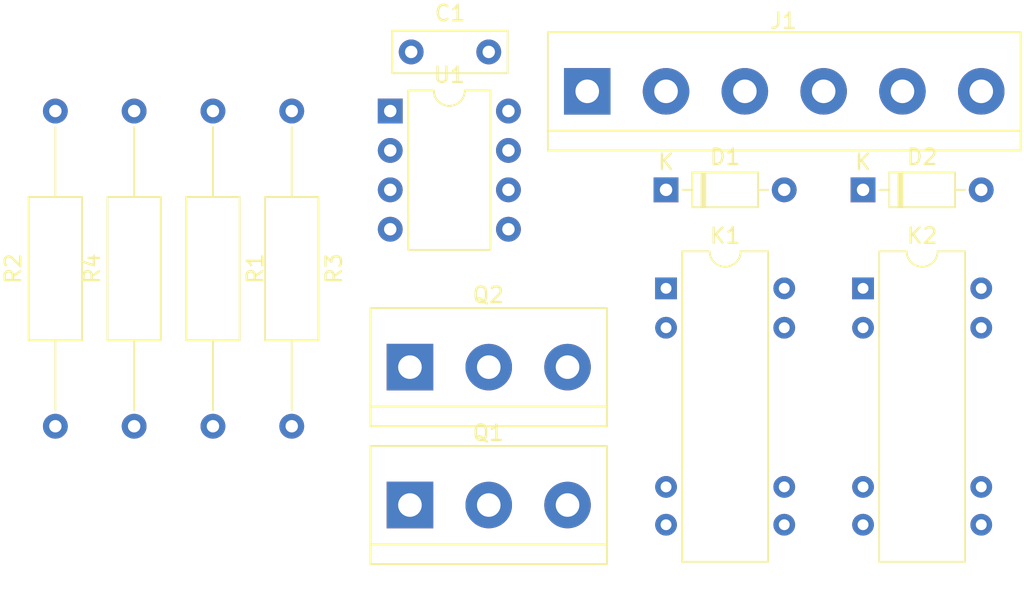
<source format=kicad_pcb>
(kicad_pcb (version 20171130) (host pcbnew "(5.1.6)-1")

  (general
    (thickness 1.6)
    (drawings 0)
    (tracks 0)
    (zones 0)
    (modules 13)
    (nets 17)
  )

  (page A4)
  (layers
    (0 F.Cu signal)
    (31 B.Cu signal)
    (32 B.Adhes user)
    (33 F.Adhes user)
    (34 B.Paste user)
    (35 F.Paste user)
    (36 B.SilkS user)
    (37 F.SilkS user)
    (38 B.Mask user)
    (39 F.Mask user)
    (40 Dwgs.User user)
    (41 Cmts.User user)
    (42 Eco1.User user)
    (43 Eco2.User user)
    (44 Edge.Cuts user)
    (45 Margin user)
    (46 B.CrtYd user)
    (47 F.CrtYd user)
    (48 B.Fab user)
    (49 F.Fab user)
  )

  (setup
    (last_trace_width 0.25)
    (trace_clearance 0.2)
    (zone_clearance 0.508)
    (zone_45_only no)
    (trace_min 0.2)
    (via_size 0.8)
    (via_drill 0.4)
    (via_min_size 0.4)
    (via_min_drill 0.3)
    (uvia_size 0.3)
    (uvia_drill 0.1)
    (uvias_allowed no)
    (uvia_min_size 0.2)
    (uvia_min_drill 0.1)
    (edge_width 0.05)
    (segment_width 0.2)
    (pcb_text_width 0.3)
    (pcb_text_size 1.5 1.5)
    (mod_edge_width 0.12)
    (mod_text_size 1 1)
    (mod_text_width 0.15)
    (pad_size 1.524 1.524)
    (pad_drill 0.762)
    (pad_to_mask_clearance 0.05)
    (aux_axis_origin 0 0)
    (visible_elements FFFFFF7F)
    (pcbplotparams
      (layerselection 0x010fc_ffffffff)
      (usegerberextensions false)
      (usegerberattributes true)
      (usegerberadvancedattributes true)
      (creategerberjobfile true)
      (excludeedgelayer true)
      (linewidth 0.100000)
      (plotframeref false)
      (viasonmask false)
      (mode 1)
      (useauxorigin false)
      (hpglpennumber 1)
      (hpglpenspeed 20)
      (hpglpendiameter 15.000000)
      (psnegative false)
      (psa4output false)
      (plotreference true)
      (plotvalue true)
      (plotinvisibletext false)
      (padsonsilk false)
      (subtractmaskfromsilk false)
      (outputformat 1)
      (mirror false)
      (drillshape 1)
      (scaleselection 1)
      (outputdirectory ""))
  )

  (net 0 "")
  (net 1 GND)
  (net 2 "Net-(C1-Pad2)")
  (net 3 "Net-(D1-Pad2)")
  (net 4 "Net-(D2-Pad2)")
  (net 5 "Net-(J1-Pad3)")
  (net 6 "Net-(J1-Pad4)")
  (net 7 "Net-(J1-Pad5)")
  (net 8 "Net-(J1-Pad6)")
  (net 9 "Net-(K1-Pad1)")
  (net 10 "Net-(Q1-Pad1)")
  (net 11 "Net-(Q2-Pad1)")
  (net 12 "Net-(R1-Pad2)")
  (net 13 "Net-(R2-Pad2)")
  (net 14 "Net-(R4-Pad2)")
  (net 15 "Net-(U1-Pad2)")
  (net 16 "Net-(U1-Pad3)")

  (net_class Default "This is the default net class."
    (clearance 0.2)
    (trace_width 0.25)
    (via_dia 0.8)
    (via_drill 0.4)
    (uvia_dia 0.3)
    (uvia_drill 0.1)
    (add_net GND)
    (add_net "Net-(C1-Pad2)")
    (add_net "Net-(D1-Pad2)")
    (add_net "Net-(D2-Pad2)")
    (add_net "Net-(J1-Pad3)")
    (add_net "Net-(J1-Pad4)")
    (add_net "Net-(J1-Pad5)")
    (add_net "Net-(J1-Pad6)")
    (add_net "Net-(K1-Pad1)")
    (add_net "Net-(Q1-Pad1)")
    (add_net "Net-(Q2-Pad1)")
    (add_net "Net-(R1-Pad2)")
    (add_net "Net-(R2-Pad2)")
    (add_net "Net-(R4-Pad2)")
    (add_net "Net-(U1-Pad2)")
    (add_net "Net-(U1-Pad3)")
  )

  (module Capacitor_THT:C_Rect_L7.2mm_W2.5mm_P5.00mm_FKS2_FKP2_MKS2_MKP2 (layer F.Cu) (tedit 5AE50EF0) (tstamp 5FCAC021)
    (at 127.08 82.55)
    (descr "C, Rect series, Radial, pin pitch=5.00mm, , length*width=7.2*2.5mm^2, Capacitor, http://www.wima.com/EN/WIMA_FKS_2.pdf")
    (tags "C Rect series Radial pin pitch 5.00mm  length 7.2mm width 2.5mm Capacitor")
    (path /5FC4B9F7)
    (fp_text reference C1 (at 2.5 -2.5) (layer F.SilkS)
      (effects (font (size 1 1) (thickness 0.15)))
    )
    (fp_text value 100nF (at 2.5 2.5) (layer F.Fab)
      (effects (font (size 1 1) (thickness 0.15)))
    )
    (fp_line (start 6.35 -1.5) (end -1.35 -1.5) (layer F.CrtYd) (width 0.05))
    (fp_line (start 6.35 1.5) (end 6.35 -1.5) (layer F.CrtYd) (width 0.05))
    (fp_line (start -1.35 1.5) (end 6.35 1.5) (layer F.CrtYd) (width 0.05))
    (fp_line (start -1.35 -1.5) (end -1.35 1.5) (layer F.CrtYd) (width 0.05))
    (fp_line (start 6.22 -1.37) (end 6.22 1.37) (layer F.SilkS) (width 0.12))
    (fp_line (start -1.22 -1.37) (end -1.22 1.37) (layer F.SilkS) (width 0.12))
    (fp_line (start -1.22 1.37) (end 6.22 1.37) (layer F.SilkS) (width 0.12))
    (fp_line (start -1.22 -1.37) (end 6.22 -1.37) (layer F.SilkS) (width 0.12))
    (fp_line (start 6.1 -1.25) (end -1.1 -1.25) (layer F.Fab) (width 0.1))
    (fp_line (start 6.1 1.25) (end 6.1 -1.25) (layer F.Fab) (width 0.1))
    (fp_line (start -1.1 1.25) (end 6.1 1.25) (layer F.Fab) (width 0.1))
    (fp_line (start -1.1 -1.25) (end -1.1 1.25) (layer F.Fab) (width 0.1))
    (fp_text user %R (at 2.5 0) (layer F.Fab)
      (effects (font (size 1 1) (thickness 0.15)))
    )
    (pad 1 thru_hole circle (at 0 0) (size 1.6 1.6) (drill 0.8) (layers *.Cu *.Mask)
      (net 1 GND))
    (pad 2 thru_hole circle (at 5 0) (size 1.6 1.6) (drill 0.8) (layers *.Cu *.Mask)
      (net 2 "Net-(C1-Pad2)"))
    (model ${KISYS3DMOD}/Capacitor_THT.3dshapes/C_Rect_L7.2mm_W2.5mm_P5.00mm_FKS2_FKP2_MKS2_MKP2.wrl
      (at (xyz 0 0 0))
      (scale (xyz 1 1 1))
      (rotate (xyz 0 0 0))
    )
  )

  (module Diode_THT:D_DO-35_SOD27_P7.62mm_Horizontal (layer F.Cu) (tedit 5AE50CD5) (tstamp 5FCAC5F2)
    (at 143.51 91.44)
    (descr "Diode, DO-35_SOD27 series, Axial, Horizontal, pin pitch=7.62mm, , length*diameter=4*2mm^2, , http://www.diodes.com/_files/packages/DO-35.pdf")
    (tags "Diode DO-35_SOD27 series Axial Horizontal pin pitch 7.62mm  length 4mm diameter 2mm")
    (path /5FC44CF7)
    (fp_text reference D1 (at 3.81 -2.12) (layer F.SilkS)
      (effects (font (size 1 1) (thickness 0.15)))
    )
    (fp_text value 1N4148 (at 3.81 2.12) (layer F.Fab)
      (effects (font (size 1 1) (thickness 0.15)))
    )
    (fp_line (start 8.67 -1.25) (end -1.05 -1.25) (layer F.CrtYd) (width 0.05))
    (fp_line (start 8.67 1.25) (end 8.67 -1.25) (layer F.CrtYd) (width 0.05))
    (fp_line (start -1.05 1.25) (end 8.67 1.25) (layer F.CrtYd) (width 0.05))
    (fp_line (start -1.05 -1.25) (end -1.05 1.25) (layer F.CrtYd) (width 0.05))
    (fp_line (start 2.29 -1.12) (end 2.29 1.12) (layer F.SilkS) (width 0.12))
    (fp_line (start 2.53 -1.12) (end 2.53 1.12) (layer F.SilkS) (width 0.12))
    (fp_line (start 2.41 -1.12) (end 2.41 1.12) (layer F.SilkS) (width 0.12))
    (fp_line (start 6.58 0) (end 5.93 0) (layer F.SilkS) (width 0.12))
    (fp_line (start 1.04 0) (end 1.69 0) (layer F.SilkS) (width 0.12))
    (fp_line (start 5.93 -1.12) (end 1.69 -1.12) (layer F.SilkS) (width 0.12))
    (fp_line (start 5.93 1.12) (end 5.93 -1.12) (layer F.SilkS) (width 0.12))
    (fp_line (start 1.69 1.12) (end 5.93 1.12) (layer F.SilkS) (width 0.12))
    (fp_line (start 1.69 -1.12) (end 1.69 1.12) (layer F.SilkS) (width 0.12))
    (fp_line (start 2.31 -1) (end 2.31 1) (layer F.Fab) (width 0.1))
    (fp_line (start 2.51 -1) (end 2.51 1) (layer F.Fab) (width 0.1))
    (fp_line (start 2.41 -1) (end 2.41 1) (layer F.Fab) (width 0.1))
    (fp_line (start 7.62 0) (end 5.81 0) (layer F.Fab) (width 0.1))
    (fp_line (start 0 0) (end 1.81 0) (layer F.Fab) (width 0.1))
    (fp_line (start 5.81 -1) (end 1.81 -1) (layer F.Fab) (width 0.1))
    (fp_line (start 5.81 1) (end 5.81 -1) (layer F.Fab) (width 0.1))
    (fp_line (start 1.81 1) (end 5.81 1) (layer F.Fab) (width 0.1))
    (fp_line (start 1.81 -1) (end 1.81 1) (layer F.Fab) (width 0.1))
    (fp_text user %R (at 4.11 0) (layer F.Fab)
      (effects (font (size 0.8 0.8) (thickness 0.12)))
    )
    (fp_text user K (at 0 -1.8) (layer F.Fab)
      (effects (font (size 1 1) (thickness 0.15)))
    )
    (fp_text user K (at 0 -1.8) (layer F.SilkS)
      (effects (font (size 1 1) (thickness 0.15)))
    )
    (pad 1 thru_hole rect (at 0 0) (size 1.6 1.6) (drill 0.8) (layers *.Cu *.Mask)
      (net 2 "Net-(C1-Pad2)"))
    (pad 2 thru_hole oval (at 7.62 0) (size 1.6 1.6) (drill 0.8) (layers *.Cu *.Mask)
      (net 3 "Net-(D1-Pad2)"))
    (model ${KISYS3DMOD}/Diode_THT.3dshapes/D_DO-35_SOD27_P7.62mm_Horizontal.wrl
      (at (xyz 0 0 0))
      (scale (xyz 1 1 1))
      (rotate (xyz 0 0 0))
    )
  )

  (module Diode_THT:D_DO-35_SOD27_P7.62mm_Horizontal (layer F.Cu) (tedit 5AE50CD5) (tstamp 5FCAC51E)
    (at 156.21 91.44)
    (descr "Diode, DO-35_SOD27 series, Axial, Horizontal, pin pitch=7.62mm, , length*diameter=4*2mm^2, , http://www.diodes.com/_files/packages/DO-35.pdf")
    (tags "Diode DO-35_SOD27 series Axial Horizontal pin pitch 7.62mm  length 4mm diameter 2mm")
    (path /5FCA7203)
    (fp_text reference D2 (at 3.81 -2.12) (layer F.SilkS)
      (effects (font (size 1 1) (thickness 0.15)))
    )
    (fp_text value 1N4148 (at 3.81 2.12) (layer F.Fab)
      (effects (font (size 1 1) (thickness 0.15)))
    )
    (fp_text user K (at 0 -1.8) (layer F.SilkS)
      (effects (font (size 1 1) (thickness 0.15)))
    )
    (fp_text user K (at 0 -1.8) (layer F.Fab)
      (effects (font (size 1 1) (thickness 0.15)))
    )
    (fp_text user %R (at 4.11 0) (layer F.Fab)
      (effects (font (size 0.8 0.8) (thickness 0.12)))
    )
    (fp_line (start 1.81 -1) (end 1.81 1) (layer F.Fab) (width 0.1))
    (fp_line (start 1.81 1) (end 5.81 1) (layer F.Fab) (width 0.1))
    (fp_line (start 5.81 1) (end 5.81 -1) (layer F.Fab) (width 0.1))
    (fp_line (start 5.81 -1) (end 1.81 -1) (layer F.Fab) (width 0.1))
    (fp_line (start 0 0) (end 1.81 0) (layer F.Fab) (width 0.1))
    (fp_line (start 7.62 0) (end 5.81 0) (layer F.Fab) (width 0.1))
    (fp_line (start 2.41 -1) (end 2.41 1) (layer F.Fab) (width 0.1))
    (fp_line (start 2.51 -1) (end 2.51 1) (layer F.Fab) (width 0.1))
    (fp_line (start 2.31 -1) (end 2.31 1) (layer F.Fab) (width 0.1))
    (fp_line (start 1.69 -1.12) (end 1.69 1.12) (layer F.SilkS) (width 0.12))
    (fp_line (start 1.69 1.12) (end 5.93 1.12) (layer F.SilkS) (width 0.12))
    (fp_line (start 5.93 1.12) (end 5.93 -1.12) (layer F.SilkS) (width 0.12))
    (fp_line (start 5.93 -1.12) (end 1.69 -1.12) (layer F.SilkS) (width 0.12))
    (fp_line (start 1.04 0) (end 1.69 0) (layer F.SilkS) (width 0.12))
    (fp_line (start 6.58 0) (end 5.93 0) (layer F.SilkS) (width 0.12))
    (fp_line (start 2.41 -1.12) (end 2.41 1.12) (layer F.SilkS) (width 0.12))
    (fp_line (start 2.53 -1.12) (end 2.53 1.12) (layer F.SilkS) (width 0.12))
    (fp_line (start 2.29 -1.12) (end 2.29 1.12) (layer F.SilkS) (width 0.12))
    (fp_line (start -1.05 -1.25) (end -1.05 1.25) (layer F.CrtYd) (width 0.05))
    (fp_line (start -1.05 1.25) (end 8.67 1.25) (layer F.CrtYd) (width 0.05))
    (fp_line (start 8.67 1.25) (end 8.67 -1.25) (layer F.CrtYd) (width 0.05))
    (fp_line (start 8.67 -1.25) (end -1.05 -1.25) (layer F.CrtYd) (width 0.05))
    (pad 2 thru_hole oval (at 7.62 0) (size 1.6 1.6) (drill 0.8) (layers *.Cu *.Mask)
      (net 4 "Net-(D2-Pad2)"))
    (pad 1 thru_hole rect (at 0 0) (size 1.6 1.6) (drill 0.8) (layers *.Cu *.Mask)
      (net 2 "Net-(C1-Pad2)"))
    (model ${KISYS3DMOD}/Diode_THT.3dshapes/D_DO-35_SOD27_P7.62mm_Horizontal.wrl
      (at (xyz 0 0 0))
      (scale (xyz 1 1 1))
      (rotate (xyz 0 0 0))
    )
  )

  (module TerminalBlock:TerminalBlock_bornier-6_P5.08mm (layer F.Cu) (tedit 59FF03F5) (tstamp 5FCAC078)
    (at 138.43 85.09)
    (descr "simple 6pin terminal block, pitch 5.08mm, revamped version of bornier6")
    (tags "terminal block bornier6")
    (path /5FCB0F75)
    (fp_text reference J1 (at 12.65 -4.55) (layer F.SilkS)
      (effects (font (size 1 1) (thickness 0.15)))
    )
    (fp_text value Conn_01x06_Female (at 12.7 4.75) (layer F.Fab)
      (effects (font (size 1 1) (thickness 0.15)))
    )
    (fp_line (start 28.15 4) (end -2.75 4) (layer F.CrtYd) (width 0.05))
    (fp_line (start 28.15 4) (end 28.15 -4) (layer F.CrtYd) (width 0.05))
    (fp_line (start -2.75 -4) (end -2.75 4) (layer F.CrtYd) (width 0.05))
    (fp_line (start -2.75 -4) (end 28.15 -4) (layer F.CrtYd) (width 0.05))
    (fp_line (start -2.54 3.81) (end 27.94 3.81) (layer F.SilkS) (width 0.12))
    (fp_line (start -2.54 -3.81) (end 27.94 -3.81) (layer F.SilkS) (width 0.12))
    (fp_line (start -2.54 2.54) (end 27.94 2.54) (layer F.SilkS) (width 0.12))
    (fp_line (start 27.94 3.81) (end 27.94 -3.81) (layer F.SilkS) (width 0.12))
    (fp_line (start -2.54 -3.81) (end -2.54 3.81) (layer F.SilkS) (width 0.12))
    (fp_line (start 27.9 -3.75) (end -2.5 -3.75) (layer F.Fab) (width 0.1))
    (fp_line (start 27.9 3.75) (end 27.9 -3.75) (layer F.Fab) (width 0.1))
    (fp_line (start -2.5 3.75) (end 27.9 3.75) (layer F.Fab) (width 0.1))
    (fp_line (start -2.5 -3.75) (end -2.5 3.75) (layer F.Fab) (width 0.1))
    (fp_line (start -2.5 2.55) (end 27.9 2.55) (layer F.Fab) (width 0.1))
    (fp_text user %R (at 12.7 0) (layer F.Fab)
      (effects (font (size 1 1) (thickness 0.15)))
    )
    (pad 2 thru_hole circle (at 5.08 0) (size 3 3) (drill 1.52) (layers *.Cu *.Mask)
      (net 1 GND))
    (pad 3 thru_hole circle (at 10.16 0) (size 3 3) (drill 1.52) (layers *.Cu *.Mask)
      (net 5 "Net-(J1-Pad3)"))
    (pad 1 thru_hole rect (at 0 0) (size 3 3) (drill 1.52) (layers *.Cu *.Mask)
      (net 2 "Net-(C1-Pad2)"))
    (pad 4 thru_hole circle (at 15.24 0) (size 3 3) (drill 1.52) (layers *.Cu *.Mask)
      (net 6 "Net-(J1-Pad4)"))
    (pad 5 thru_hole circle (at 20.32 0) (size 3 3) (drill 1.52) (layers *.Cu *.Mask)
      (net 7 "Net-(J1-Pad5)"))
    (pad 6 thru_hole circle (at 25.4 0) (size 3 3) (drill 1.52) (layers *.Cu *.Mask)
      (net 8 "Net-(J1-Pad6)"))
    (model ${KISYS3DMOD}/TerminalBlock.3dshapes/TerminalBlock_bornier-6_P5.08mm.wrl
      (offset (xyz 12.69999980926514 0 0))
      (scale (xyz 1 1 1))
      (rotate (xyz 0 0 0))
    )
  )

  (module Relay_THT:Relay_StandexMeder_DIP_LowProfile (layer F.Cu) (tedit 5A54BF5F) (tstamp 5FCAC094)
    (at 143.51 97.79)
    (descr "package for Standex Meder DIP reed relay series, see https://standexelectronics.com/wp-content/uploads/datasheet_reed_relay_DIP.pdf")
    (tags "DIL DIP PDIP 2.54mm 7.62mm 300mil reed relay")
    (path /5FC4112C)
    (fp_text reference K1 (at 3.81 -3.39) (layer F.SilkS)
      (effects (font (size 1 1) (thickness 0.15)))
    )
    (fp_text value DIPxx-1Axx-11x (at 3.81 18.63) (layer F.Fab)
      (effects (font (size 1 1) (thickness 0.15)))
    )
    (fp_line (start 8.7 -2.6) (end -1.1 -2.6) (layer F.CrtYd) (width 0.05))
    (fp_line (start 8.7 17.8) (end 8.7 -2.6) (layer F.CrtYd) (width 0.05))
    (fp_line (start -1.1 17.8) (end 8.7 17.8) (layer F.CrtYd) (width 0.05))
    (fp_line (start -1.1 -2.6) (end -1.1 17.8) (layer F.CrtYd) (width 0.05))
    (fp_line (start 6.58 -2.39) (end 4.81 -2.39) (layer F.SilkS) (width 0.12))
    (fp_line (start 6.58 17.63) (end 6.58 -2.39) (layer F.SilkS) (width 0.12))
    (fp_line (start 1.04 17.63) (end 6.58 17.63) (layer F.SilkS) (width 0.12))
    (fp_line (start 1.04 -2.39) (end 1.04 17.63) (layer F.SilkS) (width 0.12))
    (fp_line (start 2.81 -2.39) (end 1.04 -2.39) (layer F.SilkS) (width 0.12))
    (fp_line (start 0.64 -1.27) (end 1.64 -2.27) (layer F.Fab) (width 0.1))
    (fp_line (start 0.64 17.51) (end 0.64 -1.27) (layer F.Fab) (width 0.1))
    (fp_line (start 6.99 17.51) (end 0.64 17.51) (layer F.Fab) (width 0.1))
    (fp_line (start 6.99 -2.27) (end 6.99 17.51) (layer F.Fab) (width 0.1))
    (fp_line (start 1.64 -2.27) (end 6.99 -2.27) (layer F.Fab) (width 0.1))
    (fp_text user %R (at 3.815 7.62) (layer F.Fab)
      (effects (font (size 1 1) (thickness 0.15)))
    )
    (fp_arc (start 3.81 -2.39) (end 2.81 -2.39) (angle -180) (layer F.SilkS) (width 0.12))
    (pad 13 thru_hole circle (at 7.62 2.54) (size 1.4 1.4) (drill 0.7) (layers *.Cu *.Mask))
    (pad 9 thru_hole circle (at 7.62 12.8) (size 1.4 1.4) (drill 0.7) (layers *.Cu *.Mask))
    (pad 6 thru_hole circle (at 0 12.8) (size 1.4 1.4) (drill 0.7) (layers *.Cu *.Mask)
      (net 2 "Net-(C1-Pad2)"))
    (pad 2 thru_hole circle (at 0 2.54) (size 1.4 1.4) (drill 0.7) (layers *.Cu *.Mask)
      (net 3 "Net-(D1-Pad2)"))
    (pad 1 thru_hole rect (at 0 0) (size 1.4 1.4) (drill 0.7) (layers *.Cu *.Mask)
      (net 9 "Net-(K1-Pad1)"))
    (pad 8 thru_hole circle (at 7.62 15.24) (size 1.4 1.4) (drill 0.7) (layers *.Cu *.Mask)
      (net 2 "Net-(C1-Pad2)"))
    (pad 7 thru_hole circle (at 0 15.24) (size 1.4 1.4) (drill 0.7) (layers *.Cu *.Mask)
      (net 2 "Net-(C1-Pad2)"))
    (pad 14 thru_hole circle (at 7.62 0) (size 1.4 1.4) (drill 0.7) (layers *.Cu *.Mask)
      (net 9 "Net-(K1-Pad1)"))
    (model ${KISYS3DMOD}/Relay_THT.3dshapes/Relay_StandexMeder_DIP_LowProfile.wrl
      (at (xyz 0 0 0))
      (scale (xyz 1 1 1))
      (rotate (xyz 0 0 0))
    )
  )

  (module Relay_THT:Relay_StandexMeder_DIP_LowProfile (layer F.Cu) (tedit 5A54BF5F) (tstamp 5FCAC0B0)
    (at 156.21 97.79)
    (descr "package for Standex Meder DIP reed relay series, see https://standexelectronics.com/wp-content/uploads/datasheet_reed_relay_DIP.pdf")
    (tags "DIL DIP PDIP 2.54mm 7.62mm 300mil reed relay")
    (path /5FCA6B49)
    (fp_text reference K2 (at 3.81 -3.39) (layer F.SilkS)
      (effects (font (size 1 1) (thickness 0.15)))
    )
    (fp_text value DIPxx-1Axx-11x (at 3.81 18.63) (layer F.Fab)
      (effects (font (size 1 1) (thickness 0.15)))
    )
    (fp_arc (start 3.81 -2.39) (end 2.81 -2.39) (angle -180) (layer F.SilkS) (width 0.12))
    (fp_text user %R (at 3.815 7.62) (layer F.Fab)
      (effects (font (size 1 1) (thickness 0.15)))
    )
    (fp_line (start 1.64 -2.27) (end 6.99 -2.27) (layer F.Fab) (width 0.1))
    (fp_line (start 6.99 -2.27) (end 6.99 17.51) (layer F.Fab) (width 0.1))
    (fp_line (start 6.99 17.51) (end 0.64 17.51) (layer F.Fab) (width 0.1))
    (fp_line (start 0.64 17.51) (end 0.64 -1.27) (layer F.Fab) (width 0.1))
    (fp_line (start 0.64 -1.27) (end 1.64 -2.27) (layer F.Fab) (width 0.1))
    (fp_line (start 2.81 -2.39) (end 1.04 -2.39) (layer F.SilkS) (width 0.12))
    (fp_line (start 1.04 -2.39) (end 1.04 17.63) (layer F.SilkS) (width 0.12))
    (fp_line (start 1.04 17.63) (end 6.58 17.63) (layer F.SilkS) (width 0.12))
    (fp_line (start 6.58 17.63) (end 6.58 -2.39) (layer F.SilkS) (width 0.12))
    (fp_line (start 6.58 -2.39) (end 4.81 -2.39) (layer F.SilkS) (width 0.12))
    (fp_line (start -1.1 -2.6) (end -1.1 17.8) (layer F.CrtYd) (width 0.05))
    (fp_line (start -1.1 17.8) (end 8.7 17.8) (layer F.CrtYd) (width 0.05))
    (fp_line (start 8.7 17.8) (end 8.7 -2.6) (layer F.CrtYd) (width 0.05))
    (fp_line (start 8.7 -2.6) (end -1.1 -2.6) (layer F.CrtYd) (width 0.05))
    (pad 14 thru_hole circle (at 7.62 0) (size 1.4 1.4) (drill 0.7) (layers *.Cu *.Mask)
      (net 8 "Net-(J1-Pad6)"))
    (pad 7 thru_hole circle (at 0 15.24) (size 1.4 1.4) (drill 0.7) (layers *.Cu *.Mask)
      (net 7 "Net-(J1-Pad5)"))
    (pad 8 thru_hole circle (at 7.62 15.24) (size 1.4 1.4) (drill 0.7) (layers *.Cu *.Mask)
      (net 7 "Net-(J1-Pad5)"))
    (pad 1 thru_hole rect (at 0 0) (size 1.4 1.4) (drill 0.7) (layers *.Cu *.Mask)
      (net 8 "Net-(J1-Pad6)"))
    (pad 2 thru_hole circle (at 0 2.54) (size 1.4 1.4) (drill 0.7) (layers *.Cu *.Mask)
      (net 4 "Net-(D2-Pad2)"))
    (pad 6 thru_hole circle (at 0 12.8) (size 1.4 1.4) (drill 0.7) (layers *.Cu *.Mask)
      (net 2 "Net-(C1-Pad2)"))
    (pad 9 thru_hole circle (at 7.62 12.8) (size 1.4 1.4) (drill 0.7) (layers *.Cu *.Mask))
    (pad 13 thru_hole circle (at 7.62 2.54) (size 1.4 1.4) (drill 0.7) (layers *.Cu *.Mask))
    (model ${KISYS3DMOD}/Relay_THT.3dshapes/Relay_StandexMeder_DIP_LowProfile.wrl
      (at (xyz 0 0 0))
      (scale (xyz 1 1 1))
      (rotate (xyz 0 0 0))
    )
  )

  (module TerminalBlock:TerminalBlock_bornier-3_P5.08mm (layer F.Cu) (tedit 59FF03B9) (tstamp 5FCAC0C6)
    (at 127 111.76)
    (descr "simple 3-pin terminal block, pitch 5.08mm, revamped version of bornier3")
    (tags "terminal block bornier3")
    (path /5FC42AB2)
    (fp_text reference Q1 (at 5.05 -4.65) (layer F.SilkS)
      (effects (font (size 1 1) (thickness 0.15)))
    )
    (fp_text value Q_NPN_BCE (at 5.08 5.08) (layer F.Fab)
      (effects (font (size 1 1) (thickness 0.15)))
    )
    (fp_line (start 12.88 4) (end -2.72 4) (layer F.CrtYd) (width 0.05))
    (fp_line (start 12.88 4) (end 12.88 -4) (layer F.CrtYd) (width 0.05))
    (fp_line (start -2.72 -4) (end -2.72 4) (layer F.CrtYd) (width 0.05))
    (fp_line (start -2.72 -4) (end 12.88 -4) (layer F.CrtYd) (width 0.05))
    (fp_line (start -2.54 3.81) (end 12.7 3.81) (layer F.SilkS) (width 0.12))
    (fp_line (start -2.54 -3.81) (end 12.7 -3.81) (layer F.SilkS) (width 0.12))
    (fp_line (start -2.54 2.54) (end 12.7 2.54) (layer F.SilkS) (width 0.12))
    (fp_line (start 12.7 3.81) (end 12.7 -3.81) (layer F.SilkS) (width 0.12))
    (fp_line (start -2.54 3.81) (end -2.54 -3.81) (layer F.SilkS) (width 0.12))
    (fp_line (start -2.47 3.75) (end -2.47 -3.75) (layer F.Fab) (width 0.1))
    (fp_line (start 12.63 3.75) (end -2.47 3.75) (layer F.Fab) (width 0.1))
    (fp_line (start 12.63 -3.75) (end 12.63 3.75) (layer F.Fab) (width 0.1))
    (fp_line (start -2.47 -3.75) (end 12.63 -3.75) (layer F.Fab) (width 0.1))
    (fp_line (start -2.47 2.55) (end 12.63 2.55) (layer F.Fab) (width 0.1))
    (fp_text user %R (at 5.08 0) (layer F.Fab)
      (effects (font (size 1 1) (thickness 0.15)))
    )
    (pad 1 thru_hole rect (at 0 0) (size 3 3) (drill 1.52) (layers *.Cu *.Mask)
      (net 10 "Net-(Q1-Pad1)"))
    (pad 2 thru_hole circle (at 5.08 0) (size 3 3) (drill 1.52) (layers *.Cu *.Mask)
      (net 3 "Net-(D1-Pad2)"))
    (pad 3 thru_hole circle (at 10.16 0) (size 3 3) (drill 1.52) (layers *.Cu *.Mask)
      (net 1 GND))
    (model ${KISYS3DMOD}/TerminalBlock.3dshapes/TerminalBlock_bornier-3_P5.08mm.wrl
      (offset (xyz 5.079999923706055 0 0))
      (scale (xyz 1 1 1))
      (rotate (xyz 0 0 0))
    )
  )

  (module TerminalBlock:TerminalBlock_bornier-3_P5.08mm (layer F.Cu) (tedit 59FF03B9) (tstamp 5FCAC0DC)
    (at 127 102.87)
    (descr "simple 3-pin terminal block, pitch 5.08mm, revamped version of bornier3")
    (tags "terminal block bornier3")
    (path /5FCA824A)
    (fp_text reference Q2 (at 5.05 -4.65) (layer F.SilkS)
      (effects (font (size 1 1) (thickness 0.15)))
    )
    (fp_text value Q_NPN_BCE (at 5.08 5.08) (layer F.Fab)
      (effects (font (size 1 1) (thickness 0.15)))
    )
    (fp_text user %R (at 5.08 0) (layer F.Fab)
      (effects (font (size 1 1) (thickness 0.15)))
    )
    (fp_line (start -2.47 2.55) (end 12.63 2.55) (layer F.Fab) (width 0.1))
    (fp_line (start -2.47 -3.75) (end 12.63 -3.75) (layer F.Fab) (width 0.1))
    (fp_line (start 12.63 -3.75) (end 12.63 3.75) (layer F.Fab) (width 0.1))
    (fp_line (start 12.63 3.75) (end -2.47 3.75) (layer F.Fab) (width 0.1))
    (fp_line (start -2.47 3.75) (end -2.47 -3.75) (layer F.Fab) (width 0.1))
    (fp_line (start -2.54 3.81) (end -2.54 -3.81) (layer F.SilkS) (width 0.12))
    (fp_line (start 12.7 3.81) (end 12.7 -3.81) (layer F.SilkS) (width 0.12))
    (fp_line (start -2.54 2.54) (end 12.7 2.54) (layer F.SilkS) (width 0.12))
    (fp_line (start -2.54 -3.81) (end 12.7 -3.81) (layer F.SilkS) (width 0.12))
    (fp_line (start -2.54 3.81) (end 12.7 3.81) (layer F.SilkS) (width 0.12))
    (fp_line (start -2.72 -4) (end 12.88 -4) (layer F.CrtYd) (width 0.05))
    (fp_line (start -2.72 -4) (end -2.72 4) (layer F.CrtYd) (width 0.05))
    (fp_line (start 12.88 4) (end 12.88 -4) (layer F.CrtYd) (width 0.05))
    (fp_line (start 12.88 4) (end -2.72 4) (layer F.CrtYd) (width 0.05))
    (pad 3 thru_hole circle (at 10.16 0) (size 3 3) (drill 1.52) (layers *.Cu *.Mask)
      (net 1 GND))
    (pad 2 thru_hole circle (at 5.08 0) (size 3 3) (drill 1.52) (layers *.Cu *.Mask)
      (net 4 "Net-(D2-Pad2)"))
    (pad 1 thru_hole rect (at 0 0) (size 3 3) (drill 1.52) (layers *.Cu *.Mask)
      (net 11 "Net-(Q2-Pad1)"))
    (model ${KISYS3DMOD}/TerminalBlock.3dshapes/TerminalBlock_bornier-3_P5.08mm.wrl
      (offset (xyz 5.079999923706055 0 0))
      (scale (xyz 1 1 1))
      (rotate (xyz 0 0 0))
    )
  )

  (module Resistor_THT:R_Axial_DIN0309_L9.0mm_D3.2mm_P20.32mm_Horizontal (layer F.Cu) (tedit 5AE5139B) (tstamp 5FCAC0F3)
    (at 114.3 86.36 270)
    (descr "Resistor, Axial_DIN0309 series, Axial, Horizontal, pin pitch=20.32mm, 0.5W = 1/2W, length*diameter=9*3.2mm^2, http://cdn-reichelt.de/documents/datenblatt/B400/1_4W%23YAG.pdf")
    (tags "Resistor Axial_DIN0309 series Axial Horizontal pin pitch 20.32mm 0.5W = 1/2W length 9mm diameter 3.2mm")
    (path /5FC3EDF0)
    (fp_text reference R1 (at 10.16 -2.72 90) (layer F.SilkS)
      (effects (font (size 1 1) (thickness 0.15)))
    )
    (fp_text value 10K (at 10.16 2.72 90) (layer F.Fab)
      (effects (font (size 1 1) (thickness 0.15)))
    )
    (fp_line (start 21.37 -1.85) (end -1.05 -1.85) (layer F.CrtYd) (width 0.05))
    (fp_line (start 21.37 1.85) (end 21.37 -1.85) (layer F.CrtYd) (width 0.05))
    (fp_line (start -1.05 1.85) (end 21.37 1.85) (layer F.CrtYd) (width 0.05))
    (fp_line (start -1.05 -1.85) (end -1.05 1.85) (layer F.CrtYd) (width 0.05))
    (fp_line (start 19.28 0) (end 14.78 0) (layer F.SilkS) (width 0.12))
    (fp_line (start 1.04 0) (end 5.54 0) (layer F.SilkS) (width 0.12))
    (fp_line (start 14.78 -1.72) (end 5.54 -1.72) (layer F.SilkS) (width 0.12))
    (fp_line (start 14.78 1.72) (end 14.78 -1.72) (layer F.SilkS) (width 0.12))
    (fp_line (start 5.54 1.72) (end 14.78 1.72) (layer F.SilkS) (width 0.12))
    (fp_line (start 5.54 -1.72) (end 5.54 1.72) (layer F.SilkS) (width 0.12))
    (fp_line (start 20.32 0) (end 14.66 0) (layer F.Fab) (width 0.1))
    (fp_line (start 0 0) (end 5.66 0) (layer F.Fab) (width 0.1))
    (fp_line (start 14.66 -1.6) (end 5.66 -1.6) (layer F.Fab) (width 0.1))
    (fp_line (start 14.66 1.6) (end 14.66 -1.6) (layer F.Fab) (width 0.1))
    (fp_line (start 5.66 1.6) (end 14.66 1.6) (layer F.Fab) (width 0.1))
    (fp_line (start 5.66 -1.6) (end 5.66 1.6) (layer F.Fab) (width 0.1))
    (fp_text user %R (at 10.16 0 90) (layer F.Fab)
      (effects (font (size 1 1) (thickness 0.15)))
    )
    (pad 1 thru_hole circle (at 0 0 270) (size 1.6 1.6) (drill 0.8) (layers *.Cu *.Mask)
      (net 2 "Net-(C1-Pad2)"))
    (pad 2 thru_hole oval (at 20.32 0 270) (size 1.6 1.6) (drill 0.8) (layers *.Cu *.Mask)
      (net 12 "Net-(R1-Pad2)"))
    (model ${KISYS3DMOD}/Resistor_THT.3dshapes/R_Axial_DIN0309_L9.0mm_D3.2mm_P20.32mm_Horizontal.wrl
      (at (xyz 0 0 0))
      (scale (xyz 1 1 1))
      (rotate (xyz 0 0 0))
    )
  )

  (module Resistor_THT:R_Axial_DIN0309_L9.0mm_D3.2mm_P20.32mm_Horizontal (layer F.Cu) (tedit 5AE5139B) (tstamp 5FCAC10A)
    (at 104.14 106.68 90)
    (descr "Resistor, Axial_DIN0309 series, Axial, Horizontal, pin pitch=20.32mm, 0.5W = 1/2W, length*diameter=9*3.2mm^2, http://cdn-reichelt.de/documents/datenblatt/B400/1_4W%23YAG.pdf")
    (tags "Resistor Axial_DIN0309 series Axial Horizontal pin pitch 20.32mm 0.5W = 1/2W length 9mm diameter 3.2mm")
    (path /5FC4B1C3)
    (fp_text reference R2 (at 10.16 -2.72 90) (layer F.SilkS)
      (effects (font (size 1 1) (thickness 0.15)))
    )
    (fp_text value 10K (at 10.16 2.72 90) (layer F.Fab)
      (effects (font (size 1 1) (thickness 0.15)))
    )
    (fp_line (start 21.37 -1.85) (end -1.05 -1.85) (layer F.CrtYd) (width 0.05))
    (fp_line (start 21.37 1.85) (end 21.37 -1.85) (layer F.CrtYd) (width 0.05))
    (fp_line (start -1.05 1.85) (end 21.37 1.85) (layer F.CrtYd) (width 0.05))
    (fp_line (start -1.05 -1.85) (end -1.05 1.85) (layer F.CrtYd) (width 0.05))
    (fp_line (start 19.28 0) (end 14.78 0) (layer F.SilkS) (width 0.12))
    (fp_line (start 1.04 0) (end 5.54 0) (layer F.SilkS) (width 0.12))
    (fp_line (start 14.78 -1.72) (end 5.54 -1.72) (layer F.SilkS) (width 0.12))
    (fp_line (start 14.78 1.72) (end 14.78 -1.72) (layer F.SilkS) (width 0.12))
    (fp_line (start 5.54 1.72) (end 14.78 1.72) (layer F.SilkS) (width 0.12))
    (fp_line (start 5.54 -1.72) (end 5.54 1.72) (layer F.SilkS) (width 0.12))
    (fp_line (start 20.32 0) (end 14.66 0) (layer F.Fab) (width 0.1))
    (fp_line (start 0 0) (end 5.66 0) (layer F.Fab) (width 0.1))
    (fp_line (start 14.66 -1.6) (end 5.66 -1.6) (layer F.Fab) (width 0.1))
    (fp_line (start 14.66 1.6) (end 14.66 -1.6) (layer F.Fab) (width 0.1))
    (fp_line (start 5.66 1.6) (end 14.66 1.6) (layer F.Fab) (width 0.1))
    (fp_line (start 5.66 -1.6) (end 5.66 1.6) (layer F.Fab) (width 0.1))
    (fp_text user %R (at 10.16 0 90) (layer F.Fab)
      (effects (font (size 1 1) (thickness 0.15)))
    )
    (pad 1 thru_hole circle (at 0 0 90) (size 1.6 1.6) (drill 0.8) (layers *.Cu *.Mask)
      (net 10 "Net-(Q1-Pad1)"))
    (pad 2 thru_hole oval (at 20.32 0 90) (size 1.6 1.6) (drill 0.8) (layers *.Cu *.Mask)
      (net 13 "Net-(R2-Pad2)"))
    (model ${KISYS3DMOD}/Resistor_THT.3dshapes/R_Axial_DIN0309_L9.0mm_D3.2mm_P20.32mm_Horizontal.wrl
      (at (xyz 0 0 0))
      (scale (xyz 1 1 1))
      (rotate (xyz 0 0 0))
    )
  )

  (module Resistor_THT:R_Axial_DIN0309_L9.0mm_D3.2mm_P20.32mm_Horizontal (layer F.Cu) (tedit 5AE5139B) (tstamp 5FCAC121)
    (at 119.38 86.36 270)
    (descr "Resistor, Axial_DIN0309 series, Axial, Horizontal, pin pitch=20.32mm, 0.5W = 1/2W, length*diameter=9*3.2mm^2, http://cdn-reichelt.de/documents/datenblatt/B400/1_4W%23YAG.pdf")
    (tags "Resistor Axial_DIN0309 series Axial Horizontal pin pitch 20.32mm 0.5W = 1/2W length 9mm diameter 3.2mm")
    (path /5FC401B2)
    (fp_text reference R3 (at 10.16 -2.72 90) (layer F.SilkS)
      (effects (font (size 1 1) (thickness 0.15)))
    )
    (fp_text value 10K (at 10.16 2.72 90) (layer F.Fab)
      (effects (font (size 1 1) (thickness 0.15)))
    )
    (fp_text user %R (at 10.16 0 90) (layer F.Fab)
      (effects (font (size 1 1) (thickness 0.15)))
    )
    (fp_line (start 5.66 -1.6) (end 5.66 1.6) (layer F.Fab) (width 0.1))
    (fp_line (start 5.66 1.6) (end 14.66 1.6) (layer F.Fab) (width 0.1))
    (fp_line (start 14.66 1.6) (end 14.66 -1.6) (layer F.Fab) (width 0.1))
    (fp_line (start 14.66 -1.6) (end 5.66 -1.6) (layer F.Fab) (width 0.1))
    (fp_line (start 0 0) (end 5.66 0) (layer F.Fab) (width 0.1))
    (fp_line (start 20.32 0) (end 14.66 0) (layer F.Fab) (width 0.1))
    (fp_line (start 5.54 -1.72) (end 5.54 1.72) (layer F.SilkS) (width 0.12))
    (fp_line (start 5.54 1.72) (end 14.78 1.72) (layer F.SilkS) (width 0.12))
    (fp_line (start 14.78 1.72) (end 14.78 -1.72) (layer F.SilkS) (width 0.12))
    (fp_line (start 14.78 -1.72) (end 5.54 -1.72) (layer F.SilkS) (width 0.12))
    (fp_line (start 1.04 0) (end 5.54 0) (layer F.SilkS) (width 0.12))
    (fp_line (start 19.28 0) (end 14.78 0) (layer F.SilkS) (width 0.12))
    (fp_line (start -1.05 -1.85) (end -1.05 1.85) (layer F.CrtYd) (width 0.05))
    (fp_line (start -1.05 1.85) (end 21.37 1.85) (layer F.CrtYd) (width 0.05))
    (fp_line (start 21.37 1.85) (end 21.37 -1.85) (layer F.CrtYd) (width 0.05))
    (fp_line (start 21.37 -1.85) (end -1.05 -1.85) (layer F.CrtYd) (width 0.05))
    (pad 2 thru_hole oval (at 20.32 0 270) (size 1.6 1.6) (drill 0.8) (layers *.Cu *.Mask)
      (net 5 "Net-(J1-Pad3)"))
    (pad 1 thru_hole circle (at 0 0 270) (size 1.6 1.6) (drill 0.8) (layers *.Cu *.Mask)
      (net 2 "Net-(C1-Pad2)"))
    (model ${KISYS3DMOD}/Resistor_THT.3dshapes/R_Axial_DIN0309_L9.0mm_D3.2mm_P20.32mm_Horizontal.wrl
      (at (xyz 0 0 0))
      (scale (xyz 1 1 1))
      (rotate (xyz 0 0 0))
    )
  )

  (module Resistor_THT:R_Axial_DIN0309_L9.0mm_D3.2mm_P20.32mm_Horizontal (layer F.Cu) (tedit 5AE5139B) (tstamp 5FCAC138)
    (at 109.22 106.68 90)
    (descr "Resistor, Axial_DIN0309 series, Axial, Horizontal, pin pitch=20.32mm, 0.5W = 1/2W, length*diameter=9*3.2mm^2, http://cdn-reichelt.de/documents/datenblatt/B400/1_4W%23YAG.pdf")
    (tags "Resistor Axial_DIN0309 series Axial Horizontal pin pitch 20.32mm 0.5W = 1/2W length 9mm diameter 3.2mm")
    (path /5FCA950E)
    (fp_text reference R4 (at 10.16 -2.72 90) (layer F.SilkS)
      (effects (font (size 1 1) (thickness 0.15)))
    )
    (fp_text value 10K (at 10.16 2.72 90) (layer F.Fab)
      (effects (font (size 1 1) (thickness 0.15)))
    )
    (fp_text user %R (at 10.16 0 90) (layer F.Fab)
      (effects (font (size 1 1) (thickness 0.15)))
    )
    (fp_line (start 5.66 -1.6) (end 5.66 1.6) (layer F.Fab) (width 0.1))
    (fp_line (start 5.66 1.6) (end 14.66 1.6) (layer F.Fab) (width 0.1))
    (fp_line (start 14.66 1.6) (end 14.66 -1.6) (layer F.Fab) (width 0.1))
    (fp_line (start 14.66 -1.6) (end 5.66 -1.6) (layer F.Fab) (width 0.1))
    (fp_line (start 0 0) (end 5.66 0) (layer F.Fab) (width 0.1))
    (fp_line (start 20.32 0) (end 14.66 0) (layer F.Fab) (width 0.1))
    (fp_line (start 5.54 -1.72) (end 5.54 1.72) (layer F.SilkS) (width 0.12))
    (fp_line (start 5.54 1.72) (end 14.78 1.72) (layer F.SilkS) (width 0.12))
    (fp_line (start 14.78 1.72) (end 14.78 -1.72) (layer F.SilkS) (width 0.12))
    (fp_line (start 14.78 -1.72) (end 5.54 -1.72) (layer F.SilkS) (width 0.12))
    (fp_line (start 1.04 0) (end 5.54 0) (layer F.SilkS) (width 0.12))
    (fp_line (start 19.28 0) (end 14.78 0) (layer F.SilkS) (width 0.12))
    (fp_line (start -1.05 -1.85) (end -1.05 1.85) (layer F.CrtYd) (width 0.05))
    (fp_line (start -1.05 1.85) (end 21.37 1.85) (layer F.CrtYd) (width 0.05))
    (fp_line (start 21.37 1.85) (end 21.37 -1.85) (layer F.CrtYd) (width 0.05))
    (fp_line (start 21.37 -1.85) (end -1.05 -1.85) (layer F.CrtYd) (width 0.05))
    (pad 2 thru_hole oval (at 20.32 0 90) (size 1.6 1.6) (drill 0.8) (layers *.Cu *.Mask)
      (net 14 "Net-(R4-Pad2)"))
    (pad 1 thru_hole circle (at 0 0 90) (size 1.6 1.6) (drill 0.8) (layers *.Cu *.Mask)
      (net 11 "Net-(Q2-Pad1)"))
    (model ${KISYS3DMOD}/Resistor_THT.3dshapes/R_Axial_DIN0309_L9.0mm_D3.2mm_P20.32mm_Horizontal.wrl
      (at (xyz 0 0 0))
      (scale (xyz 1 1 1))
      (rotate (xyz 0 0 0))
    )
  )

  (module Package_DIP:DIP-8_W7.62mm (layer F.Cu) (tedit 5A02E8C5) (tstamp 5FCAC154)
    (at 125.73 86.36)
    (descr "8-lead though-hole mounted DIP package, row spacing 7.62 mm (300 mils)")
    (tags "THT DIP DIL PDIP 2.54mm 7.62mm 300mil")
    (path /5FC39CBD)
    (fp_text reference U1 (at 3.81 -2.33) (layer F.SilkS)
      (effects (font (size 1 1) (thickness 0.15)))
    )
    (fp_text value ATtiny13-20PU (at 3.81 9.95) (layer F.Fab)
      (effects (font (size 1 1) (thickness 0.15)))
    )
    (fp_line (start 8.7 -1.55) (end -1.1 -1.55) (layer F.CrtYd) (width 0.05))
    (fp_line (start 8.7 9.15) (end 8.7 -1.55) (layer F.CrtYd) (width 0.05))
    (fp_line (start -1.1 9.15) (end 8.7 9.15) (layer F.CrtYd) (width 0.05))
    (fp_line (start -1.1 -1.55) (end -1.1 9.15) (layer F.CrtYd) (width 0.05))
    (fp_line (start 6.46 -1.33) (end 4.81 -1.33) (layer F.SilkS) (width 0.12))
    (fp_line (start 6.46 8.95) (end 6.46 -1.33) (layer F.SilkS) (width 0.12))
    (fp_line (start 1.16 8.95) (end 6.46 8.95) (layer F.SilkS) (width 0.12))
    (fp_line (start 1.16 -1.33) (end 1.16 8.95) (layer F.SilkS) (width 0.12))
    (fp_line (start 2.81 -1.33) (end 1.16 -1.33) (layer F.SilkS) (width 0.12))
    (fp_line (start 0.635 -0.27) (end 1.635 -1.27) (layer F.Fab) (width 0.1))
    (fp_line (start 0.635 8.89) (end 0.635 -0.27) (layer F.Fab) (width 0.1))
    (fp_line (start 6.985 8.89) (end 0.635 8.89) (layer F.Fab) (width 0.1))
    (fp_line (start 6.985 -1.27) (end 6.985 8.89) (layer F.Fab) (width 0.1))
    (fp_line (start 1.635 -1.27) (end 6.985 -1.27) (layer F.Fab) (width 0.1))
    (fp_arc (start 3.81 -1.33) (end 2.81 -1.33) (angle -180) (layer F.SilkS) (width 0.12))
    (fp_text user %R (at 3.81 3.81) (layer F.Fab)
      (effects (font (size 1 1) (thickness 0.15)))
    )
    (pad 1 thru_hole rect (at 0 0) (size 1.6 1.6) (drill 0.8) (layers *.Cu *.Mask)
      (net 12 "Net-(R1-Pad2)"))
    (pad 5 thru_hole oval (at 7.62 7.62) (size 1.6 1.6) (drill 0.8) (layers *.Cu *.Mask)
      (net 14 "Net-(R4-Pad2)"))
    (pad 2 thru_hole oval (at 0 2.54) (size 1.6 1.6) (drill 0.8) (layers *.Cu *.Mask)
      (net 15 "Net-(U1-Pad2)"))
    (pad 6 thru_hole oval (at 7.62 5.08) (size 1.6 1.6) (drill 0.8) (layers *.Cu *.Mask)
      (net 13 "Net-(R2-Pad2)"))
    (pad 3 thru_hole oval (at 0 5.08) (size 1.6 1.6) (drill 0.8) (layers *.Cu *.Mask)
      (net 16 "Net-(U1-Pad3)"))
    (pad 7 thru_hole oval (at 7.62 2.54) (size 1.6 1.6) (drill 0.8) (layers *.Cu *.Mask)
      (net 6 "Net-(J1-Pad4)"))
    (pad 4 thru_hole oval (at 0 7.62) (size 1.6 1.6) (drill 0.8) (layers *.Cu *.Mask)
      (net 1 GND))
    (pad 8 thru_hole oval (at 7.62 0) (size 1.6 1.6) (drill 0.8) (layers *.Cu *.Mask)
      (net 2 "Net-(C1-Pad2)"))
    (model ${KISYS3DMOD}/Package_DIP.3dshapes/DIP-8_W7.62mm.wrl
      (at (xyz 0 0 0))
      (scale (xyz 1 1 1))
      (rotate (xyz 0 0 0))
    )
  )

)

</source>
